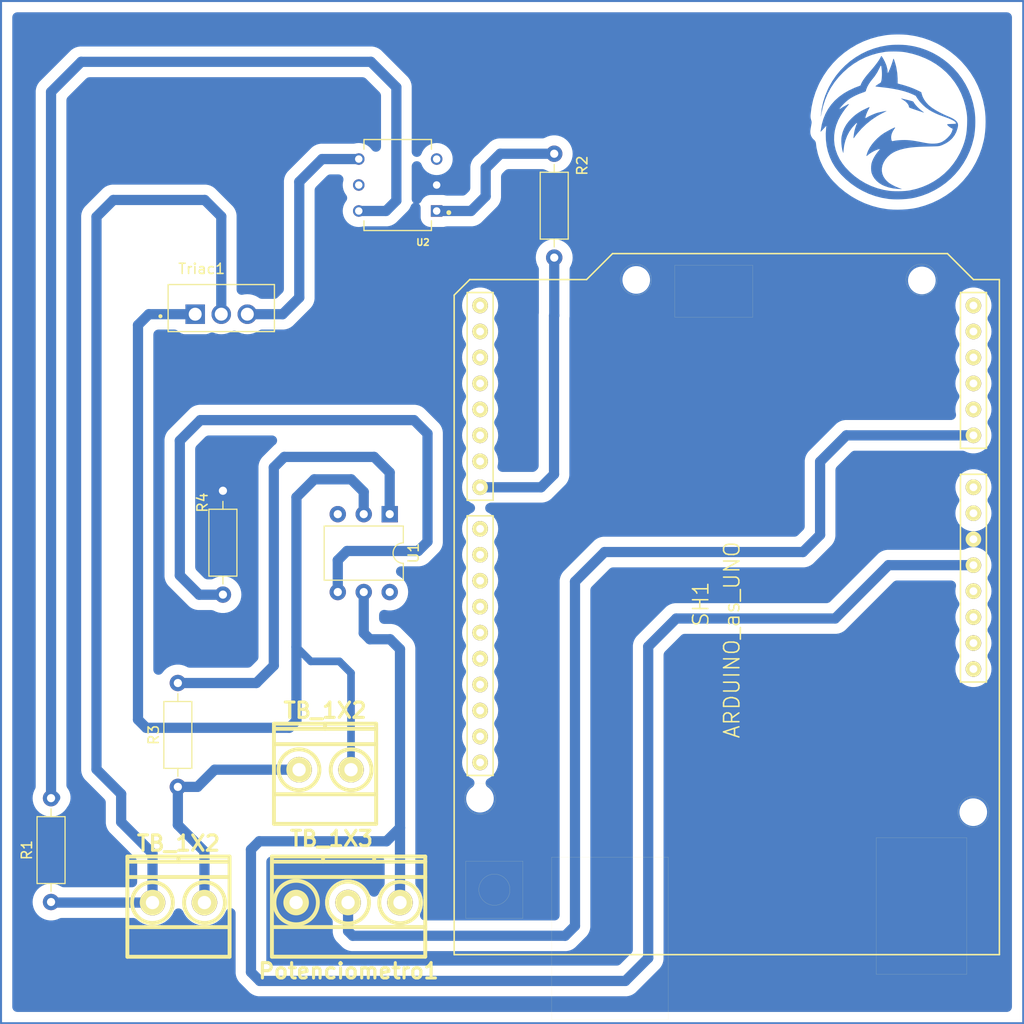
<source format=kicad_pcb>
(kicad_pcb (version 20240108) (generator "pcbnew") (generator_version "8.0")
  (layers (0 "F.Cu" signal) (31 "B.Cu" signal) (34 "B.Paste" user) (35 "F.Paste" user) (36 "B.SilkS" user "B.Silkscreen") (37 "F.SilkS" user "F.Silkscreen") (38 "B.Mask" user) (39 "F.Mask" user) (44 "Edge.Cuts" user))
  (net 0 "")
  (net 1 "Vivo")
  (net 2 "Neutro")
  (net 3 "Net-(Triac1-A2)")
  (net 4 "PIN_A0")
  (net 5 "GND")
  (net 6 "VCC")
  (net 15 "PIN_2")
  (net 28 "PIN_7")
  (net 36 "Net-(R3-Pad2)")
  (net 39 "Net-(R4-Pad1)")
  (net 40 "Net-(R1-Pad2)")
  (net 42 "Net-(Triac1-G)")
  (net 43 "Net-(R2-Pad1)")
  (footprint "" (layer "F.Cu") (at 146.3548 126.0348)
    (property "Reference" "" (at 0 0 0) (layer "F.SilkS") (effects (font (size 1.27 1.27))))
    (property "Value" "")
    (pad "" np_thru_hole circle (at 0 0) (size 2.2 2.2) (drill 2.2) (layers "F&B.Cu" "*.Mask"))
  )
  (footprint "EESTN5:ARDUINO_UNO_R2_CONTOUR" (layer "F.Cu") (at 170.5 107 90)
    (property "Reference" "SH1" (at 0 -2.54 90) (layer "F.SilkS") (effects (font (size 1.5 1.5))))
    (property "Value" "ARDUINO_as_UNO" (at -3.5 0.5 90) (layer "F.SilkS") (effects (font (size 1.5 1.5))))
    (fp_line (start -34.29 -26.67) (end 30.226 -26.67) (stroke (width 0.15)) (layer "F.SilkS"))
    (fp_line (start -25.146 -25.527) (end -25.146 -19.939) (stroke (width 0.01)) (layer "F.SilkS"))
    (fp_line (start -30.734 -25.527) (end -25.146 -25.527) (stroke (width 0.01)) (layer "F.SilkS"))
    (fp_line (start 30.48 -25.4) (end 30.48 -22.86) (stroke (width 0.15)) (layer "F.SilkS"))
    (fp_line (start 10.16 -25.4) (end 30.48 -25.4) (stroke (width 0.15)) (layer "F.SilkS"))
    (fp_line (start 8.636 -25.4) (end 8.636 -22.86) (stroke (width 0.15)) (layer "F.SilkS"))
    (fp_line (start -16.764 -25.4) (end 8.636 -25.4) (stroke (width 0.15)) (layer "F.SilkS"))
    (fp_line (start 31.75 -25.146) (end 30.226 -26.67) (stroke (width 0.15)) (layer "F.SilkS"))
    (fp_line (start 31.75 -25.146) (end 31.75 -13.716) (stroke (width 0.15)) (layer "F.SilkS"))
    (fp_line (start -19.05 -24.638) (end -19.05 -23.622) (stroke (width 0.01)) (layer "F.SilkS"))
    (fp_line (start -19.558 -24.13) (end -18.542 -24.13) (stroke (width 0.01)) (layer "F.SilkS"))
    (fp_line (start 30.48 -22.86) (end 10.16 -22.86) (stroke (width 0.15)) (layer "F.SilkS"))
    (fp_line (start 10.16 -22.86) (end 10.16 -25.4) (stroke (width 0.15)) (layer "F.SilkS"))
    (fp_line (start 8.636 -22.86) (end -16.764 -22.86) (stroke (width 0.15)) (layer "F.SilkS"))
    (fp_line (start -16.764 -22.86) (end -16.764 -25.4) (stroke (width 0.15)) (layer "F.SilkS"))
    (fp_line (start -25.146 -19.939) (end -30.734 -19.939) (stroke (width 0.01)) (layer "F.SilkS"))
    (fp_line (start -30.734 -19.939) (end -30.734 -25.527) (stroke (width 0.01)) (layer "F.SilkS"))
    (fp_line (start -24.765 -17.145) (end -24.765 -5.715) (stroke (width 0.01)) (layer "F.SilkS"))
    (fp_line (start -40.64 -17.145) (end -24.765 -17.145) (stroke (width 0.01)) (layer "F.SilkS"))
    (fp_line (start 31.75 -13.716) (end 34.29 -11.176) (stroke (width 0.15)) (layer "F.SilkS"))
    (fp_line (start 34.29 -11.176) (end 34.29 21.59) (stroke (width 0.15)) (layer "F.SilkS"))
    (fp_line (start 31.75 -9.398) (end 31.75 -8.382) (stroke (width 0.01)) (layer "F.SilkS"))
    (fp_line (start 32.258 -8.89) (end 31.242 -8.89) (stroke (width 0.01)) (layer "F.SilkS"))
    (fp_line (start -24.765 -5.715) (end -40.64 -5.715) (stroke (width 0.01)) (layer "F.SilkS"))
    (fp_line (start -40.64 -5.715) (end -40.64 -17.145) (stroke (width 0.01)) (layer "F.SilkS"))
    (fp_line (start 33.147 -5.08) (end 33.147 2.54) (stroke (width 0.01)) (layer "F.SilkS"))
    (fp_line (start 28.067 -5.08) (end 33.147 -5.08) (stroke (width 0.01)) (layer "F.SilkS"))
    (fp_line (start 28.067 -5.08) (end 28.067 2.54) (stroke (width 0.01)) (layer "F.SilkS"))
    (fp_line (start 28.067 2.54) (end 33.147 2.54) (stroke (width 0.01)) (layer "F.SilkS"))
    (fp_line (start -22.86 14.605) (end -22.86 23.495) (stroke (width 0.01)) (layer "F.SilkS"))
    (fp_line (start -36.195 14.605) (end -22.86 14.605) (stroke (width 0.01)) (layer "F.SilkS"))
    (fp_line (start 31.75 18.542) (end 31.75 19.558) (stroke (width 0.01)) (layer "F.SilkS"))
    (fp_line (start 31.242 19.05) (end 32.258 19.05) (stroke (width 0.01)) (layer "F.SilkS"))
    (fp_line (start 34.29 21.59) (end 31.75 24.13) (stroke (width 0.15)) (layer "F.SilkS"))
    (fp_line (start 30.48 22.86) (end 30.48 25.4) (stroke (width 0.15)) (layer "F.SilkS"))
    (fp_line (start 15.24 22.86) (end 30.48 22.86) (stroke (width 0.15)) (layer "F.SilkS"))
    (fp_line (start 12.7 22.86) (end 12.7 25.4) (stroke (width 0.15)) (layer "F.SilkS"))
    (fp_line (start -7.62 22.86) (end 12.7 22.86) (stroke (width 0.15)) (layer "F.SilkS"))
    (fp_line (start -22.86 23.495) (end -36.195 23.495) (stroke (width 0.01)) (layer "F.SilkS"))
    (fp_line (start -36.195 23.495) (end -36.195 14.605) (stroke (width 0.01)) (layer "F.SilkS"))
    (fp_line (start -20.32 23.622) (end -20.32 24.638) (stroke (width 0.01)) (layer "F.SilkS"))
    (fp_line (start 31.75 24.13) (end 31.75 26.67) (stroke (width 0.15)) (layer "F.SilkS"))
    (fp_line (start -20.828 24.13) (end -19.812 24.13) (stroke (width 0.01)) (layer "F.SilkS"))
    (fp_line (start 30.48 25.4) (end 15.24 25.4) (stroke (width 0.15)) (layer "F.SilkS"))
    (fp_line (start 15.24 25.4) (end 15.24 22.86) (stroke (width 0.15)) (layer "F.SilkS"))
    (fp_line (start 12.7 25.4) (end -7.62 25.4) (stroke (width 0.15)) (layer "F.SilkS"))
    (fp_line (start -7.62 25.4) (end -7.62 22.86) (stroke (width 0.15)) (layer "F.SilkS"))
    (fp_line (start 31.75 26.67) (end -34.29 26.67) (stroke (width 0.15)) (layer "F.SilkS"))
    (fp_line (start -34.29 26.67) (end -34.29 -26.67) (stroke (width 0.15)) (layer "F.SilkS"))
    (fp_circle (center -19.05 -24.13) (end -17.526 -24.13) (stroke (width 0.01)) (fill none) (layer "F.SilkS"))
    (fp_circle (center -27.94 -22.733) (end -29.464 -22.733) (stroke (width 0.01)) (fill none) (layer "F.SilkS"))
    (fp_circle (center 31.75 -8.89) (end 33.274 -8.89) (stroke (width 0.01)) (fill none) (layer "F.SilkS"))
    (fp_circle (center 31.75 19.05) (end 33.274 19.05) (stroke (width 0.01)) (fill none) (layer "F.SilkS"))
    (fp_circle (center -20.32 24.13) (end -18.796 24.13) (stroke (width 0.01)) (fill none) (layer "F.SilkS"))
    (pad "0" thru_hole circle (at 29.21 -24.13 90) (size 1.524 1.524) (drill 0.762) (layers "*.Cu" "*.Mask" "F.SilkS"))
    (pad "1" thru_hole circle (at 26.67 -24.13 90) (size 1.524 1.524) (drill 0.762) (layers "*.Cu" "*.Mask" "F.SilkS"))
    (pad "2" thru_hole circle (at 24.13 -24.13 90) (size 1.524 1.524) (drill 0.762) (layers "*.Cu" "*.Mask" "F.SilkS") (net 15 "PIN_2"))
    (pad "3" thru_hole circle (at 21.59 -24.13 90) (size 1.524 1.524) (drill 0.762) (layers "*.Cu" "*.Mask" "F.SilkS"))
    (pad "3V3" thru_hole circle (at 1.27 24.13 90) (size 1.524 1.524) (drill 0.762) (layers "*.Cu" "*.Mask" "F.SilkS"))
    (pad "4" thru_hole circle (at 19.05 -24.13 90) (size 1.524 1.524) (drill 0.762) (layers "*.Cu" "*.Mask" "F.SilkS"))
    (pad "5" thru_hole circle (at 16.51 -24.13 90) (size 1.524 1.524) (drill 0.762) (layers "*.Cu" "*.Mask" "F.SilkS"))
    (pad "5V" thru_hole circle (at 3.81 24.13 90) (size 1.524 1.524) (drill 0.762) (layers "*.Cu" "*.Mask" "F.SilkS") (net 6 "VCC"))
    (pad "6" thru_hole circle (at 13.97 -24.13 90) (size 1.524 1.524) (drill 0.762) (layers "*.Cu" "*.Mask" "F.SilkS"))
    (pad "7" thru_hole circle (at 11.43 -24.13 90) (size 1.524 1.524) (drill 0.762) (layers "*.Cu" "*.Mask" "F.SilkS") (net 28 "PIN_7"))
    (pad "8" thru_hole circle (at 7.366 -24.13 90) (size 1.524 1.524) (drill 0.762) (layers "*.Cu" "*.Mask" "F.SilkS"))
    (pad "9" thru_hole circle (at 4.826 -24.13 90) (size 1.524 1.524) (drill 0.762) (layers "*.Cu" "*.Mask" "F.SilkS"))
    (pad "10" thru_hole circle (at 2.286 -24.13 90) (size 1.524 1.524) (drill 0.762) (layers "*.Cu" "*.Mask" "F.SilkS"))
    (pad "11" thru_hole circle (at -0.254 -24.13 90) (size 1.524 1.524) (drill 0.762) (layers "*.Cu" "*.Mask" "F.SilkS"))
    (pad "12" thru_hole circle (at -2.794 -24.13 90) (size 1.524 1.524) (drill 0.762) (layers "*.Cu" "*.Mask" "F.SilkS"))
    (pad "13" thru_hole circle (at -5.334 -24.13 90) (size 1.524 1.524) (drill 0.762) (layers "*.Cu" "*.Mask" "F.SilkS"))
    (pad "A0" thru_hole circle (at 16.51 24.13 90) (size 1.524 1.524) (drill 0.762) (layers "*.Cu" "*.Mask" "F.SilkS") (net 4 "PIN_A0"))
    (pad "A1" thru_hole circle (at 19.05 24.13 90) (size 1.524 1.524) (drill 0.762) (layers "*.Cu" "*.Mask" "F.SilkS"))
    (pad "A2" thru_hole circle (at 21.59 24.13 90) (size 1.524 1.524) (drill 0.762) (layers "*.Cu" "*.Mask" "F.SilkS"))
    (pad "A3" thru_hole circle (at 24.13 24.13 90) (size 1.524 1.524) (drill 0.762) (layers "*.Cu" "*.Mask" "F.SilkS"))
    (pad "A4/1" thru_hole circle (at 26.67 24.13 90) (size 1.524 1.524) (drill 0.762) (layers "*.Cu" "*.Mask" "F.SilkS"))
    (pad "A4/2" thru_hole circle (at -12.954 -24.13 90) (size 1.524 1.524) (drill 0.762) (layers "*.Cu" "*.Mask" "F.SilkS"))
    (pad "A5/1" thru_hole circle (at 29.21 24.13 90) (size 1.524 1.524) (drill 0.762) (layers "*.Cu" "*.Mask" "F.SilkS"))
    (pad "A5/2" thru_hole circle (at -15.494 -24.13 90) (size 1.524 1.524) (drill 0.762) (layers "*.Cu" "*.Mask" "F.SilkS"))
    (pad "AREF" thru_hole circle (at -10.414 -24.13 90) (size 1.524 1.524) (drill 0.762) (layers "*.Cu" "*.Mask" "F.SilkS"))
    (pad "GND1" thru_hole circle (at 6.35 24.13 90) (size 1.524 1.524) (drill 0.762) (layers "*.Cu" "*.Mask" "F.SilkS") (net 5 "GND"))
    (pad "GND2" thru_hole circle (at 8.89 24.13 90) (size 1.524 1.524) (drill 0.762) (layers "*.Cu" "*.Mask" "F.SilkS"))
    (pad "GND3" thru_hole circle (at -7.874 -24.13 90) (size 1.524 1.524) (drill 0.762) (layers "*.Cu" "*.Mask" "F.SilkS"))
    (pad "IREF" thru_hole circle (at -3.81 24.13 90) (size 1.524 1.524) (drill 0.762) (layers "*.Cu" "*.Mask" "F.SilkS"))
    (pad "NC" thru_hole circle (at -6.35 24.13 90) (size 1.524 1.524) (drill 0.762) (layers "*.Cu" "*.Mask" "F.SilkS"))
    (pad "RST" thru_hole circle (at -1.27 24.13 90) (size 1.524 1.524) (drill 0.762) (layers "*.Cu" "*.Mask" "F.SilkS"))
    (pad "VIN" thru_hole circle (at 11.43 24.13 90) (size 1.524 1.524) (drill 0.762) (layers "*.Cu" "*.Mask" "F.SilkS"))
  )
  (footprint "BT139-600E:TO255P1040X460X1975-3" (layer "F.Cu") (at 118.4964 78.6384)
    (property "Reference" "Triac1" (at 0.635 -4.445 0) (layer "F.SilkS"))
    (property "Value" "Generic_Triac_A1A2G")
    (fp_line (start -2.65 -2.9) (end 7.75 -2.9) (stroke (width 0.127)) (layer "F.SilkS"))
    (fp_line (start -2.65 1.7) (end -2.65 -2.9) (stroke (width 0.127)) (layer "F.SilkS"))
    (fp_line (start 7.75 -2.9) (end 7.75 1.7) (stroke (width 0.127)) (layer "F.SilkS"))
    (fp_line (start 7.75 1.7) (end -2.65 1.7) (stroke (width 0.127)) (layer "F.SilkS"))
    (fp_circle (center -3.4 0.2) (end -3.3 0.2) (stroke (width 0.2)) (fill none) (layer "F.SilkS"))
    (pad "1" thru_hole rect (at 0 0) (size 1.91 1.91) (drill 1.27) (layers "*.Cu" "*.Mask") (net 1 "Vivo"))
    (pad "2" thru_hole circle (at 2.55 0) (size 1.91 1.91) (drill 1.27) (layers "*.Cu" "*.Mask") (net 3 "Net-(Triac1-A2)"))
    (pad "3" thru_hole circle (at 5.1 0) (size 1.91 1.91) (drill 1.27) (layers "*.Cu" "*.Mask") (net 42 "Net-(Triac1-G)"))
  )
  (footprint "Wolfsrudel_Logo:wolfsrudel_logo" (layer "F.Cu") (at 187.2488 59.8424)
    (property "Reference" "G***" (hide yes))
    (property "Value" "LOGO" (hide yes))
    (fp_poly (pts (xy 0.314219 -2.311536) (xy 0.393338 -2.294466) (xy 0.509944 -2.267409) (xy 0.653127 -2.233079) (xy 0.811975 -2.194188) (xy 0.975578 -2.153452) (xy 1.133025 -2.113583) (xy 1.273406 -2.077295) (xy 1.38581 -2.047302) (xy 1.459327 -2.026317) (xy 1.483138 -2.017535) (xy 1.502893 -1.988367) (xy 1.546545 -1.922456) (xy 1.601829 -1.838359) (xy 1.739388 -1.656071) (xy 1.917704 -1.461851) (xy 2.122332 -1.270369) (xy 2.314712 -1.114266) (xy 2.441337 -1.017158) (xy 2.51831 -0.953739) (xy 2.546602 -0.923163) (xy 2.535405 -0.921598) (xy 2.505507 -0.93163) (xy 2.425415 -0.958583) (xy 2.303003 -0.999806) (xy 2.146143 -1.052647) (xy 1.96271 -1.114453) (xy 1.800061 -1.169266) (xy 1.575715 -1.245162) (xy 1.402854 -1.30475) (xy 1.274791 -1.350991) (xy 1.184843 -1.386846) (xy 1.126322 -1.415277) (xy 1.092543 -1.439245) (xy 1.076822 -1.461711) (xy 1.072472 -1.485637) (xy 1.072377 -1.491589) (xy 1.044503 -1.621063) (xy 0.965316 -1.762662) (xy 0.841472 -1.908638) (xy 0.679624 -2.051242) (xy 0.486427 -2.182727) (xy 0.470997 -2.191843) (xy 0.377896 -2.248065) (xy 0.311276 -2.291717) (xy 0.283466 -2.314642) (xy 0.283497 -2.315905)) (fill solid) (layer "B.Cu"))
    (fp_poly (pts (xy -2.780151 -1.445597) (xy -2.811378 -1.37774) (xy -2.861119 -1.27824) (xy -2.90857 -1.187273) (xy -2.990501 -1.020611) (xy -3.064405 -0.847901) (xy -3.12509 -0.683425) (xy -3.167364 -0.541469) (xy -3.186036 -0.436316) (xy -3.186489 -0.422714) (xy -3.183509 -0.38539) (xy -3.164751 -0.380639) (xy -3.115485 -0.409283) (xy -3.086911 -0.428286) (xy -2.960275 -0.503705) (xy -2.792523 -0.590497) (xy -2.600777 -0.680962) (xy -2.402155 -0.767399) (xy -2.213777 -0.842104) (xy -2.052763 -0.897378) (xy -2.027897 -0.904701) (xy -1.911507 -0.935476) (xy -1.77136 -0.968948) (xy -1.619575 -1.002666) (xy -1.468268 -1.034182) (xy -1.329558 -1.061046) (xy -1.215561 -1.080807) (xy -1.138396 -1.091016) (xy -1.110575 -1.090149) (xy -1.133592 -1.074515) (xy -1.20225 -1.036725) (xy -1.307225 -0.981713) (xy -1.439192 -0.914411) (xy -1.508816 -0.879474) (xy -2.065557 -0.569464) (xy -2.597952 -0.209168) (xy -3.09852 0.19521) (xy -3.559782 0.637465) (xy -3.974257 1.111392) (xy -4.091313 1.262754) (xy -4.181362 1.382395) (xy -4.25813 1.483649) (xy -4.314167 1.556741) (xy -4.342022 1.5919) (xy -4.343255 1.593245) (xy -4.350726 1.577282) (xy -4.349377 1.513078) (xy -4.340652 1.412808) (xy -4.325997 1.288645) (xy -4.306856 1.152761) (xy -4.284675 1.017329) (xy -4.260898 0.894524) (xy -4.259609 0.888541) (xy -4.232141 0.770714) (xy -4.200036 0.653287) (xy -4.159126 0.523349) (xy -4.105246 0.367988) (xy -4.034229 0.174293) (xy -3.99761 0.076599) (xy -4.007449 0.069504) (xy -4.052544 0.099785) (xy -4.124874 0.161432) (xy -4.181652 0.214476) (xy -4.491342 0.55439) (xy -4.755775 0.93357) (xy -4.973203 1.348131) (xy -5.141881 1.794189) (xy -5.26006 2.267858) (xy -5.325391 2.75754) (xy -5.348354 3.048613) (xy -5.389444 2.929744) (xy -5.453484 2.69799) (xy -5.502047 2.428085) (xy -5.533426 2.140058) (xy -5.545912 1.853941) (xy -5.5378 1.589763) (xy -5.517926 1.422496) (xy -5.420284 1.009295) (xy -5.270843 0.622298) (xy -5.067377 0.257422) (xy -4.807663 -0.089416) (xy -4.538403 -0.375631) (xy -4.307801 -0.588323) (xy -4.08657 -0.767536) (xy -3.851595 -0.930698) (xy -3.59696 -1.085335) (xy -3.497518 -1.139678) (xy -3.372487 -1.203589) (xy -3.234096 -1.271352) (xy -3.094574 -1.337249) (xy -2.966149 -1.395562) (xy -2.861051 -1.440575) (xy -2.791507 -1.466569) (xy -2.772768 -1.470687)) (fill solid) (layer "B.Cu"))
    (fp_poly (pts (xy 0.448821 -7.556348) (xy 0.769457 -7.535294) (xy 0.896193 -7.522261) (xy 1.555647 -7.415109) (xy 2.195123 -7.251846) (xy 2.811948 -7.035146) (xy 3.403448 -6.76768) (xy 3.96695 -6.452122) (xy 4.499781 -6.091145) (xy 4.999269 -5.687423) (xy 5.46274 -5.243628) (xy 5.88752 -4.762434) (xy 6.270937 -4.246513) (xy 6.610318 -3.698539) (xy 6.90299 -3.121185) (xy 7.146279 -2.517124) (xy 7.337512 -1.889029) (xy 7.474016 -1.239573) (xy 7.522262 -0.896192) (xy 7.556973 -0.474077) (xy 7.567665 -0.023486) (xy 7.555142 0.437056) (xy 7.520211 0.889024) (xy 7.463678 1.313892) (xy 7.415008 1.57007) (xy 7.241352 2.228988) (xy 7.013561 2.862055) (xy 6.73417 3.466737) (xy 6.405713 4.040498) (xy 6.030724 4.580806) (xy 5.611739 5.085124) (xy 5.151291 5.55092) (xy 4.651916 5.975658) (xy 4.116147 6.356804) (xy 3.546519 6.691824) (xy 2.945567 6.978183) (xy 2.315825 7.213346) (xy 1.659828 7.39478) (xy 1.57007 7.414872) (xy 1.21513 7.478291) (xy 0.8186 7.525133) (xy 0.39809 7.554655) (xy -0.028794 7.566114) (xy -0.444443 7.558769) (xy -0.831249 7.531878) (xy -0.934562 7.520433) (xy -1.58721 7.410667) (xy -2.227331 7.242485) (xy -2.850722 7.018182) (xy -3.453177 6.740053) (xy -4.030492 6.410393) (xy -4.578461 6.031496) (xy -5.092879 5.605659) (xy -5.569543 5.135175) (xy -5.815668 4.856333) (xy -6.156936 4.403076) (xy -6.444904 3.920545) (xy -6.679048 3.410607) (xy -6.858843 2.875129) (xy -6.983767 2.315978) (xy -7.053294 1.73502) (xy -7.066903 1.134122) (xy -7.026855 0.540084) (xy -7.007055 0.360142) (xy -7.215516 0.586042) (xy -7.313651 0.69194) (xy -7.404474 0.789161) (xy -7.474516 0.863323) (xy -7.498783 0.888541) (xy -7.573588 0.965139) (xy -7.552322 0.796623) (xy -7.452843 0.231546) (xy -7.301327 -0.301355) (xy -7.098198 -0.801576) (xy -6.84388 -1.26861) (xy -6.538797 -1.701952) (xy -6.183374 -2.101096) (xy -5.778034 -2.465536) (xy -5.3232 -2.794767) (xy -4.819298 -3.088281) (xy -4.266751 -3.345575) (xy -3.988844 -3.454411) (xy -3.672863 -3.571218) (xy -3.604413 -3.738866) (xy -3.520583 -3.912918) (xy -3.401211 -4.10959) (xy -3.243609 -4.332594) (xy -3.045092 -4.585641) (xy -2.802973 -4.872446) (xy -2.696186 -4.994209) (xy -2.483061 -5.241459) (xy -2.283463 -5.485532) (xy -2.10266 -5.719254) (xy -1.945922 -5.935454) (xy -1.81852 -6.126959) (xy -1.725722 -6.286598) (xy -1.687752 -6.366728) (xy -1.65417 -6.432396) (xy -1.62532 -6.464313) (xy -1.622385 -6.464897) (xy -1.593133 -6.439086) (xy -1.542469 -6.36813) (xy -1.476284 -6.26174) (xy -1.400472 -6.129631) (xy -1.320925 -5.981516) (xy -1.277718 -5.89675) (xy -1.12926 -5.53756) (xy -1.038378 -5.171814) (xy -1.017068 -5.008999) (xy -0.994038 -4.764414) (xy -0.867306 -5.027597) (xy -0.806001 -5.165513) (xy -0.736183 -5.339451) (xy -0.663812 -5.532724) (xy -0.59485 -5.728643) (xy -0.53526 -5.910521) (xy -0.491002 -6.061672) (xy -0.475885 -6.123233) (xy -0.455064 -6.184081) (xy -0.432576 -6.202534) (xy -0.428723 -6.199831) (xy -0.403218 -6.152457) (xy -0.36675 -6.058181) (xy -0.323224 -5.929551) (xy -0.276543 -5.779113) (xy -0.230611 -5.619414) (xy -0.189332 -5.463) (xy -0.158487 -5.331242) (xy -0.071682 -4.803278) (xy -0.032642 -4.259696) (xy -0.030639 -4.108058) (xy -0.030639 -3.770998) (xy 0.099578 -3.738084) (xy 0.632903 -3.591983) (xy 1.114659 -3.435686) (xy 1.554166 -3.265881) (xy 1.960746 -3.079256) (xy 1.977204 -3.071019) (xy 2.28263 -2.917633) (xy 2.32121 -2.753328) (xy 2.411657 -2.483338) (xy 2.553825 -2.209687) (xy 2.740115 -1.944068) (xy 2.962923 -1.698171) (xy 3.07286 -1.597254) (xy 3.343706 -1.386711) (xy 3.672365 -1.17288) (xy 4.055585 -0.95759) (xy 4.490114 -0.742674) (xy 4.955029 -0.537353) (xy 5.228483 -0.414267) (xy 5.44647 -0.296334) (xy 5.614153 -0.179821) (xy 5.736696 -0.060995) (xy 5.819263 0.063877) (xy 5.835329 0.099012) (xy 5.867029 0.192035) (xy 5.879396 0.284728) (xy 5.871994 0.393489) (xy 5.844388 0.534712) (xy 5.821221 0.629088) (xy 5.700558 0.982111) (xy 5.528003 1.303608) (xy 5.305175 1.591912) (xy 5.033694 1.845357) (xy 4.715181 2.062275) (xy 4.351254 2.241001) (xy 4.197588 2.299912) (xy 4.141043 2.319026) (xy 4.084957 2.334597) (xy 4.022085 2.347159) (xy 3.945182 2.357246) (xy 3.847003 2.365391) (xy 3.720301 2.372127) (xy 3.557832 2.377989) (xy 3.352351 2.38351) (xy 3.096612 2.389225) (xy 2.941376 2.392449) (xy 2.467798 2.405221) (xy 2.047755 2.423533) (xy 1.673679 2.448303) (xy 1.338 2.480445) (xy 1.033149 2.520876) (xy 0.751558 2.570512) (xy 0.485659 2.630268) (xy 0.227881 2.701061) (xy 0.122558 2.73356) (xy -0.217144 2.859429) (xy -0.51118 3.009034) (xy -0.773144 3.190509) (xy -1.016629 3.411991) (xy -1.024422 3.41999) (xy -1.237844 3.674905) (xy -1.401047 3.945075) (xy -1.512939 4.224534) (xy -1.572426 4.507317) (xy -1.578412 4.787459) (xy -1.529805 5.058995) (xy -1.42551 5.315961) (xy -1.385077 5.386279) (xy -1.27074 5.557213) (xy -1.150974 5.701528) (xy -1.006984 5.840323) (xy -0.900573 5.930194) (xy -0.772627 6.020847) (xy -0.601119 6.122754) (xy -0.400829 6.228426) (xy -0.186537 6.330377) (xy 0.026974 6.421123) (xy 0.183836 6.479436) (xy 0.413631 6.55832) (xy 0.061279 6.543427) (xy -0.431615 6.496865) (xy -0.892221 6.399719) (xy -1.324104 6.251094) (xy -1.577925 6.133262) (xy -1.852078 5.964103) (xy -2.096495 5.756467) (xy -2.303605 5.519247) (xy -2.465837 5.261335) (xy -2.575617 4.991622) (xy -2.588067 4.946978) (xy -2.619516 4.765398) (xy -2.632351 4.550059) (xy -2.626581 4.32558) (xy -2.60222 4.116582) (xy -2.587637 4.044391) (xy -2.511029 3.802527) (xy -2.392507 3.540912) (xy -2.240334 3.274972) (xy -2.062775 3.020131) (xy -1.990068 2.929052) (xy -1.887805 2.80527) (xy -1.821108 2.72141) (xy -1.786153 2.670448) (xy -1.779117 2.645363) (xy -1.796176 2.639133) (xy -1.833508 2.644737) (xy -1.835472 2.645129) (xy -2.011028 2.695803) (xy -2.215563 2.779933) (xy -2.433262 2.889162) (xy -2.64831 3.015128) (xy -2.844891 3.149474) (xy -2.954329 3.236522) (xy -3.023739 3.292717) (xy -3.071704 3.325624) (xy -3.084272 3.32956) (xy -3.084722 3.292351) (xy -3.066763 3.212349) (xy -3.034781 3.103642) (xy -2.993163 2.980317) (xy -2.946294 2.856464) (xy -2.911163 2.773542) (xy -2.755444 2.481182) (xy -2.550678 2.181245) (xy -2.306326 1.884377) (xy -2.031848 1.601224) (xy -1.736703 1.342431) (xy -1.455367 1.135222) (xy -1.332045 1.056823) (xy -1.183564 0.968784) (xy -1.0199 0.876328) (xy -0.85103 0.784681) (xy -0.686929 0.699069) (xy -0.537574 0.624715) (xy -0.412939 0.566844) (xy -0.323002 0.530682) (xy -0.282421 0.520892) (xy -0.279257 0.542665) (xy -0.308362 0.599859) (xy -0.36347 0.680252) (xy -0.365544 0.683006) (xy -0.510099 0.909469) (xy -0.611592 1.144422) (xy -0.663699 1.372775) (xy -0.666514 1.401159) (xy -0.668734 1.525689) (xy -0.65751 1.649525) (xy -0.635883 1.757852) (xy -0.606892 1.835857) (xy -0.573579 1.868725) (xy -0.570505 1.868963) (xy -0.525512 1.863265) (xy -0.438055 1.848239) (xy -0.325687 1.826934) (xy -0.306393 1.82311) (xy -0.189558 1.804964) (xy -0.030409 1.787338) (xy 0.152103 1.772) (xy 0.339028 1.760718) (xy 0.382992 1.758788) (xy 0.64305 1.753687) (xy 0.899387 1.760633) (xy 1.164157 1.780875) (xy 1.449518 1.815658) (xy 1.767624 1.866231) (xy 2.130633 1.93384) (xy 2.175393 1.942682) (xy 2.45971 1.998002) (xy 2.694823 2.040747) (xy 2.891228 2.072168) (xy 3.059419 2.093514) (xy 3.209891 2.106034) (xy 3.35314 2.110978) (xy 3.49966 2.109594) (xy 3.560597 2.107585) (xy 3.841495 2.082507) (xy 4.088827 2.026445) (xy 4.315895 1.93352) (xy 4.536001 1.797855) (xy 4.762447 1.61357) (xy 4.839403 1.54244) (xy 5.040405 1.330246) (xy 5.186836 1.124478) (xy 5.283763 0.917458) (xy 5.311194 0.827262) (xy 5.354712 0.658746) (xy 5.190853 0.574539) (xy 5.082775 0.509879) (xy 4.977874 0.431828) (xy 4.889008 0.351812) (xy 4.829037 0.281259) (xy 4.810374 0.236434) (xy 4.816224 0.222493) (xy 4.838728 0.211442) (xy 4.88532 0.202579) (xy 4.963435 0.195201) (xy 5.080505 0.188606) (xy 5.243965 0.182094) (xy 5.461249 0.174961) (xy 5.461483 0.174953) (xy 5.574691 0.168691) (xy 5.638626 0.156576) (xy 5.665239 0.135378) (xy 5.668298 0.11903) (xy 5.645808 0.043589) (xy 5.576869 -0.036117) (xy 5.459183 -0.121352) (xy 5.290447 -0.213376) (xy 5.068361 -0.313453) (xy 4.790624 -0.422844) (xy 4.473342 -0.53647) (xy 4.039097 -0.695843) (xy 3.657696 -0.857231) (xy 3.320769 -1.025437) (xy 3.019945 -1.205261) (xy 2.746852 -1.401504) (xy 2.49312 -1.618965) (xy 2.359228 -1.748906) (xy 2.220692 -1.897223) (xy 2.083379 -2.058685) (xy 1.963782 -2.213288) (xy 1.899639 -2.306399) (xy 1.731122 -2.569716) (xy 1.440049 -2.706652) (xy 1.060607 -2.865024) (xy 0.63033 -3.006764) (xy 0.147503 -3.132263) (xy -0.389589 -3.241915) (xy -0.982661 -3.336112) (xy -1.633429 -3.415248) (xy -1.669843 -3.419058) (xy -1.841523 -3.437359) (xy -1.990883 -3.454185) (xy -2.107722 -3.468314) (xy -2.181839 -3.478523) (xy -2.203477 -3.48301) (xy -2.193368 -3.508341) (xy -2.144272 -3.556668) (xy -2.068903 -3.618091) (xy -1.979976 -3.682712) (xy -1.890204 -3.740631) (xy -1.830316 -3.773547) (xy -1.739328 -3.824708) (xy -1.685621 -3.879703) (xy -1.648596 -3.962496) (xy -1.637014 -3.998431) (xy -1.606041 -4.139912) (xy -1.583959 -4.325945) (xy -1.571414 -4.540365) (xy -1.569055 -4.767001) (xy -1.577528 -4.989687) (xy -1.591189 -5.14274) (xy -1.612983 -5.32301) (xy -1.631954 -5.444783) (xy -1.651892 -5.510483) (xy -1.676588 -5.522535) (xy -1.709831 -5.483363) (xy -1.755412 -5.395389) (xy -1.807913 -5.281351) (xy -2.027234 -4.857289) (xy -2.282629 -4.469514) (xy -2.470387 -4.235731) (xy -2.681133 -3.972704) (xy -2.860441 -3.705127) (xy -3.002537 -3.443162) (xy -3.101647 -3.196969) (xy -3.138133 -3.060779) (xy -3.151268 -3.024141) (xy -3.180336 -2.993109) (xy -3.23566 -2.962086) (xy -3.327562 -2.925474) (xy -3.466364 -2.877674) (xy -3.490677 -2.869589) (xy -3.815532 -2.749096) (xy -4.141396 -2.60485) (xy -4.447231 -2.446874) (xy -4.69953 -2.293565) (xy -4.893409 -2.151644) (xy -5.093763 -1.982988) (xy -5.288609 -1.799461) (xy -5.465962 -1.612924) (xy -5.613839 -1.43524) (xy -5.713559 -1.289777) (xy -5.72501 -1.269503) (xy -5.72453 -1.26131) (xy -5.704056 -1.269452) (xy -5.655528 -1.298186) (xy -5.570883 -1.351767) (xy -5.453799 -1.426912) (xy -5.339184 -1.497203) (xy -5.211966 -1.569913) (xy -5.083675 -1.639126) (xy -4.965844 -1.698924) (xy -4.870001 -1.743391) (xy -4.807677 -1.76661) (xy -4.790409 -1.767329) (xy -4.80157 -1.739091) (xy -4.844258 -1.679103) (xy -4.901132 -1.609904) (xy -5.158199 -1.292393) (xy -5.401362 -0.952634) (xy -5.619548 -0.607428) (xy -5.801684 -0.273578) (xy -5.854583 -0.163138) (xy -6.044048 0.317827) (xy -6.172989 0.802641) (xy -6.241814 1.288645) (xy -6.25093 1.77318) (xy -6.200745 2.253589) (xy -6.091667 2.727213) (xy -5.924104 3.191394) (xy -5.698464 3.643474) (xy -5.415154 4.080794) (xy -5.152581 4.412063) (xy -4.71445 4.87492) (xy -4.236841 5.293116) (xy -3.724004 5.664358) (xy -3.18019 5.986356) (xy -2.609649 6.256818) (xy -2.016631 6.473452) (xy -1.405389 6.633966) (xy -0.859716 6.726481) (xy -0.586788 6.751956) (xy -0.276481 6.765643) (xy 0.053988 6.767905) (xy 0.387403 6.759109) (xy 0.706549 6.739618) (xy 0.994208 6.709798) (xy 1.164295 6.68358) (xy 1.798326 6.538045) (xy 2.40761 6.337759) (xy 2.989414 6.084965) (xy 3.541004 5.781911) (xy 4.059648 5.430841) (xy 4.542613 5.034002) (xy 4.987166 4.593639) (xy 5.390574 4.111999) (xy 5.750103 3.591326) (xy 6.063022 3.033866) (xy 6.326597 2.441866) (xy 6.326801 2.441343) (xy 6.473453 2.032505) (xy 6.586645 1.636234) (xy 6.669454 1.236494) (xy 6.724953 0.817248) (xy 6.756218 0.36246) (xy 6.762591 0.168517) (xy 6.76749 -0.072527) (xy 6.768822 -0.26689) (xy 6.765958 -0.429097) (xy 6.758271 -0.573677) (xy 6.745134 -0.715154) (xy 6.725918 -0.868057) (xy 6.714242 -0.950523) (xy 6.591557 -1.587704) (xy 6.412478 -2.203092) (xy 6.178814 -2.79382) (xy 5.892373 -3.357017) (xy 5.554962 -3.889816) (xy 5.168388 -4.389349) (xy 4.734461 -4.852746) (xy 4.254987 -5.277139) (xy 3.757129 -5.642788) (xy 3.22426 -5.964868) (xy 2.651565 -6.247055) (xy 2.048628 -6.485698) (xy 1.425034 -6.677147) (xy 0.79037 -6.81775) (xy 0.582148 -6.852066) (xy 0.38045 -6.875247) (xy 0.135131 -6.892132) (xy -0.137563 -6.902581) (xy -0.421385 -6.906454) (xy -0.700091 -6.903612) (xy -0.957435 -6.893916) (xy -1.177171 -6.877227) (xy -1.256212 -6.867843) (xy -1.919077 -6.747327) (xy -2.558671 -6.570302) (xy -3.173748 -6.337444) (xy -3.763062 -6.049426) (xy -4.325368 -5.706925) (xy -4.859418 -5.310614) (xy -5.363967 -4.86117) (xy -5.792958 -4.410494) (xy -6.205324 -3.898535) (xy -6.564609 -3.3576) (xy -6.871399 -2.786448) (xy -7.126278 -2.183841) (xy -7.329835 -1.54854) (xy -7.482655 -0.879304) (xy -7.494907 -0.811942) (xy -7.522424 -0.662797) (xy -7.541142 -0.574263) (xy -7.551067 -0.546308) (xy -7.55221 -0.5789) (xy -7.549904 -0.612786) (xy -7.466328 -1.283266) (xy -7.323396 -1.939067) (xy -7.120903 -2.58092) (xy -6.858643 -3.209553) (xy -6.757907 -3.416284) (xy -6.427624 -4.003695) (xy -6.049936 -4.554719) (xy -5.628078 -5.067087) (xy -5.16529 -5.538534) (xy -4.664809 -5.966791) (xy -4.129873 -6.349591) (xy -3.563719 -6.684667) (xy -2.969585 -6.969751) (xy -2.350709 -7.202576) (xy -1.710328 -7.380875) (xy -1.051681 -7.50238) (xy -0.894386 -7.522472) (xy -0.593614 -7.54866) (xy -0.25478 -7.563034) (xy 0.100054 -7.565596)) (fill solid) (layer "B.Cu"))
  )
  (footprint "Resistor_THT:R_Axial_DIN0207_L6.3mm_D2.5mm_P10.16mm_Horizontal" (layer "F.Cu") (at 121.2088 106.0704 90)
    (property "Reference" "R4" (at 9 -2 90) (layer "F.SilkS"))
    (property "Value" "10k")
    (fp_line (start 8.35 -1.37) (end 1.81 -1.37) (stroke (width 0.12)) (layer "F.SilkS"))
    (fp_line (start 1.81 -1.37) (end 1.81 1.37) (stroke (width 0.12)) (layer "F.SilkS"))
    (fp_line (start 9.12 0) (end 8.35 0) (stroke (width 0.12)) (layer "F.SilkS"))
    (fp_line (start 1.04 0) (end 1.81 0) (stroke (width 0.12)) (layer "F.SilkS"))
    (fp_line (start 8.35 1.37) (end 8.35 -1.37) (stroke (width 0.12)) (layer "F.SilkS"))
    (fp_line (start 1.81 1.37) (end 8.35 1.37) (stroke (width 0.12)) (layer "F.SilkS"))
    (pad "1" thru_hole circle (at 0 0 90) (size 1.6 1.6) (drill 0.8) (layers "*.Cu" "*.Mask") (net 39 "Net-(R4-Pad1)"))
    (pad "2" thru_hole oval (at 10.16 0 90) (size 1.6 1.6) (drill 0.8) (layers "*.Cu" "*.Mask") (net 5 "GND"))
  )
  (footprint "Resistor_THT:R_Axial_DIN0207_L6.3mm_D2.5mm_P10.16mm_Horizontal" (layer "F.Cu") (at 153.6192 62.9412 -90)
    (property "Reference" "R2" (at 1.16 -2.74 90) (layer "F.SilkS"))
    (property "Value" "100")
    (fp_line (start 1.81 1.37) (end 8.35 1.37) (stroke (width 0.12)) (layer "F.SilkS"))
    (fp_line (start 8.35 1.37) (end 8.35 -1.37) (stroke (width 0.12)) (layer "F.SilkS"))
    (fp_line (start 1.04 0) (end 1.81 0) (stroke (width 0.12)) (layer "F.SilkS"))
    (fp_line (start 9.12 0) (end 8.35 0) (stroke (width 0.12)) (layer "F.SilkS"))
    (fp_line (start 1.81 -1.37) (end 1.81 1.37) (stroke (width 0.12)) (layer "F.SilkS"))
    (fp_line (start 8.35 -1.37) (end 1.81 -1.37) (stroke (width 0.12)) (layer "F.SilkS"))
    (pad "1" thru_hole circle (at 0 0 270) (size 1.6 1.6) (drill 0.8) (layers "*.Cu" "*.Mask") (net 43 "Net-(R2-Pad1)"))
    (pad "2" thru_hole oval (at 10.16 0 270) (size 1.6 1.6) (drill 0.8) (layers "*.Cu" "*.Mask") (net 28 "PIN_7"))
  )
  (footprint "Resistor_THT:R_Axial_DIN0207_L6.3mm_D2.5mm_P10.16mm_Horizontal" (layer "F.Cu") (at 104.394 136.144 90)
    (property "Reference" "R1" (at 5.08 -2.37 90) (layer "F.SilkS"))
    (property "Value" "100")
    (fp_line (start 8.35 -1.37) (end 1.81 -1.37) (stroke (width 0.12)) (layer "F.SilkS"))
    (fp_line (start 1.81 -1.37) (end 1.81 1.37) (stroke (width 0.12)) (layer "F.SilkS"))
    (fp_line (start 9.12 0) (end 8.35 0) (stroke (width 0.12)) (layer "F.SilkS"))
    (fp_line (start 1.04 0) (end 1.81 0) (stroke (width 0.12)) (layer "F.SilkS"))
    (fp_line (start 8.35 1.37) (end 8.35 -1.37) (stroke (width 0.12)) (layer "F.SilkS"))
    (fp_line (start 1.81 1.37) (end 8.35 1.37) (stroke (width 0.12)) (layer "F.SilkS"))
    (pad "1" thru_hole circle (at 0 0 90) (size 1.6 1.6) (drill 0.8) (layers "*.Cu" "*.Mask") (net 3 "Net-(Triac1-A2)"))
    (pad "2" thru_hole oval (at 10.16 0 90) (size 1.6 1.6) (drill 0.8) (layers "*.Cu" "*.Mask") (net 40 "Net-(R1-Pad2)"))
  )
  (footprint "Package_DIP:DIP-6_W7.62mm" (layer "F.Cu") (at 137.525 98.2 -90)
    (property "Reference" "U1" (at 3.81 -2.33 90) (layer "F.SilkS"))
    (property "Value" "4N25")
    (fp_line (start 1.16 6.41) (end 6.46 6.41) (stroke (width 0.12)) (layer "F.SilkS"))
    (fp_line (start 6.46 6.41) (end 6.46 -1.33) (stroke (width 0.12)) (layer "F.SilkS"))
    (fp_line (start 1.16 -1.33) (end 1.16 6.41) (stroke (width 0.12)) (layer "F.SilkS"))
    (fp_line (start 2.81 -1.33) (end 1.16 -1.33) (stroke (width 0.12)) (layer "F.SilkS"))
    (fp_line (start 6.46 -1.33) (end 4.81 -1.33) (stroke (width 0.12)) (layer "F.SilkS"))
    (fp_arc (start 4.81 -1.33) (mid 3.81 -0.33) (end 2.81 -1.33) (stroke (width 0.12)) (layer "F.SilkS"))
    (pad "1" thru_hole rect (at 0 0 270) (size 1.6 1.6) (drill 0.8) (layers "*.Cu" "*.Mask") (net 36 "Net-(R3-Pad2)"))
    (pad "2" thru_hole oval (at 0 2.54 270) (size 1.6 1.6) (drill 0.8) (layers "*.Cu" "*.Mask") (net 1 "Vivo"))
    (pad "3" thru_hole oval (at 0 5.08 270) (size 1.6 1.6) (drill 0.8) (layers "*.Cu" "*.Mask"))
    (pad "4" thru_hole oval (at 7.62 5.08 270) (size 1.6 1.6) (drill 0.8) (layers "*.Cu" "*.Mask") (net 39 "Net-(R4-Pad1)"))
    (pad "5" thru_hole oval (at 7.62 2.54 270) (size 1.6 1.6) (drill 0.8) (layers "*.Cu" "*.Mask") (net 6 "VCC"))
    (pad "6" thru_hole oval (at 7.62 0 270) (size 1.6 1.6) (drill 0.8) (layers "*.Cu" "*.Mask"))
  )
  (footprint "Resistor_THT:R_Axial_DIN0207_L6.3mm_D2.5mm_P10.16mm_Horizontal" (layer "F.Cu") (at 116.8 124.88 90)
    (property "Reference" "R3" (at 5.08 -2.37 90) (layer "F.SilkS"))
    (property "Value" "100k")
    (fp_line (start 8.35 -1.37) (end 1.81 -1.37) (stroke (width 0.12)) (layer "F.SilkS"))
    (fp_line (start 1.81 -1.37) (end 1.81 1.37) (stroke (width 0.12)) (layer "F.SilkS"))
    (fp_line (start 9.12 0) (end 8.35 0) (stroke (width 0.12)) (layer "F.SilkS"))
    (fp_line (start 1.04 0) (end 1.81 0) (stroke (width 0.12)) (layer "F.SilkS"))
    (fp_line (start 8.35 1.37) (end 8.35 -1.37) (stroke (width 0.12)) (layer "F.SilkS"))
    (fp_line (start 1.81 1.37) (end 8.35 1.37) (stroke (width 0.12)) (layer "F.SilkS"))
    (pad "1" thru_hole circle (at 0 0 90) (size 1.6 1.6) (drill 0.8) (layers "*.Cu" "*.Mask") (net 2 "Neutro"))
    (pad "2" thru_hole oval (at 10.16 0 90) (size 1.6 1.6) (drill 0.8) (layers "*.Cu" "*.Mask") (net 36 "Net-(R3-Pad2)"))
  )
  (footprint "EESTN5:BORNERA2" (layer "F.Cu") (at 116.86 136.2 180)
    (property "Reference" "Calentador1" (hide yes))
    (property "Value" "TB_1X2" (at 0 5.8 0) (layer "F.SilkS") (effects (font (size 1.5 1.5) (thickness 0.3))))
    (fp_line (start 5 4.5) (end 5 -5.3) (stroke (width 0.381)) (layer "F.SilkS"))
    (fp_line (start 5 -5.3) (end -5 -5.3) (stroke (width 0.381)) (layer "F.SilkS"))
    (fp_line (start 0 4) (end 0 4.5) (stroke (width 0.381)) (layer "F.SilkS"))
    (fp_line (start -5 4.5) (end 5 4.5) (stroke (width 0.381)) (layer "F.SilkS"))
    (fp_line (start -5 4) (end 5 4) (stroke (width 0.381)) (layer "F.SilkS"))
    (fp_line (start -5 2.5) (end 5 2.5) (stroke (width 0.381)) (layer "F.SilkS"))
    (fp_line (start -5 -2.4) (end 5 -2.4) (stroke (width 0.381)) (layer "F.SilkS"))
    (fp_line (start -5 -5.3) (end -5 4.5) (stroke (width 0.381)) (layer "F.SilkS"))
    (fp_circle (center 2.55 0) (end 0.55 0) (stroke (width 0.381)) (fill none) (layer "F.SilkS"))
    (fp_circle (center -2.55 0) (end -0.55 0) (stroke (width 0.381)) (fill none) (layer "F.SilkS"))
    (pad "1" thru_hole circle (at -2.54 0 180) (size 2.5 2.5) (drill 1.3) (layers "*.Cu" "*.Mask" "F.SilkS") (net 2 "Neutro"))
    (pad "2" thru_hole circle (at 2.54 0 180) (size 2.5 2.5) (drill 1.3) (layers "*.Cu" "*.Mask" "F.SilkS") (net 3 "Net-(Triac1-A2)"))
  )
  (footprint "EESTN5:BORNERA2" (layer "F.Cu") (at 131.2 123.2 180)
    (property "Reference" "Alterna1" (hide yes))
    (property "Value" "TB_1X2" (at 0 5.8 0) (layer "F.SilkS") (effects (font (size 1.5 1.5) (thickness 0.3))))
    (fp_line (start 5 4.5) (end 5 -5.3) (stroke (width 0.381)) (layer "F.SilkS"))
    (fp_line (start 5 -5.3) (end -5 -5.3) (stroke (width 0.381)) (layer "F.SilkS"))
    (fp_line (start 0 4) (end 0 4.5) (stroke (width 0.381)) (layer "F.SilkS"))
    (fp_line (start -5 4.5) (end 5 4.5) (stroke (width 0.381)) (layer "F.SilkS"))
    (fp_line (start -5 4) (end 5 4) (stroke (width 0.381)) (layer "F.SilkS"))
    (fp_line (start -5 2.5) (end 5 2.5) (stroke (width 0.381)) (layer "F.SilkS"))
    (fp_line (start -5 -2.4) (end 5 -2.4) (stroke (width 0.381)) (layer "F.SilkS"))
    (fp_line (start -5 -5.3) (end -5 4.5) (stroke (width 0.381)) (layer "F.SilkS"))
    (fp_circle (center 2.55 0) (end 0.55 0) (stroke (width 0.381)) (fill none) (layer "F.SilkS"))
    (fp_circle (center -2.55 0) (end -0.55 0) (stroke (width 0.381)) (fill none) (layer "F.SilkS"))
    (pad "1" thru_hole circle (at -2.54 0 180) (size 2.5 2.5) (drill 1.3) (layers "*.Cu" "*.Mask" "F.SilkS") (net 1 "Vivo"))
    (pad "2" thru_hole circle (at 2.54 0 180) (size 2.5 2.5) (drill 1.3) (layers "*.Cu" "*.Mask" "F.SilkS") (net 2 "Neutro"))
  )
  (footprint "" (layer "F.Cu") (at 194.6148 127.3556)
    (property "Reference" "" (at 0 0 0) (layer "F.SilkS") (effects (font (size 1.27 1.27))))
    (property "Value" "")
    (pad "" np_thru_hole circle (at 0 0) (size 2.2 2.2) (drill 2.2) (layers "F&B.Cu" "*.Mask"))
  )
  (footprint "MOC3021:DIP762W45P254L889H508Q6" (layer "F.Cu") (at 138.3075 66 180)
    (property "Reference" "U2" (at -2.469425 -5.609645 0) (layer "F.SilkS") (effects (font (size 0.64037 0.64037))))
    (property "Value" "MOC3021M")
    (fp_line (start 3.3 4.45) (end 3.3 3.5) (stroke (width 0.127)) (layer "F.SilkS"))
    (fp_line (start 3.3 -4.45) (end 3.3 -3.5) (stroke (width 0.127)) (layer "F.SilkS"))
    (fp_line (start -3.3 4.45) (end 3.3 4.45) (stroke (width 0.127)) (layer "F.SilkS"))
    (fp_line (start -3.3 3.5) (end -3.3 4.45) (stroke (width 0.127)) (layer "F.SilkS"))
    (fp_line (start -3.3 -3.5) (end -3.3 -4.45) (stroke (width 0.127)) (layer "F.SilkS"))
    (fp_line (start -3.3 -4.45) (end 3.3 -4.45) (stroke (width 0.127)) (layer "F.SilkS"))
    (fp_circle (center -5 -2.7) (end -4.88 -2.7) (stroke (width 0.24)) (fill none) (layer "F.SilkS"))
    (pad "1" thru_hole rect (at -3.81 -2.54 180) (size 1.13 1.13) (drill 0.73) (layers "*.Cu" "*.Mask") (net 43 "Net-(R2-Pad1)"))
    (pad "2" thru_hole circle (at -3.81 0 180) (size 1.13 1.13) (drill 0.73) (layers "*.Cu" "*.Mask") (net 5 "GND"))
    (pad "3" thru_hole circle (at -3.81 2.54 180) (size 1.13 1.13) (drill 0.73) (layers "*.Cu" "*.Mask"))
    (pad "4" thru_hole circle (at 3.81 2.54 180) (size 1.13 1.13) (drill 0.73) (layers "*.Cu" "*.Mask") (net 42 "Net-(Triac1-G)"))
    (pad "5" thru_hole circle (at 3.81 0 180) (size 1.13 1.13) (drill 0.73) (layers "*.Cu" "*.Mask"))
    (pad "6" thru_hole circle (at 3.81 -2.54 180) (size 1.13 1.13) (drill 0.73) (layers "*.Cu" "*.Mask") (net 40 "Net-(R1-Pad2)"))
  )
  (footprint "" (layer "F.Cu") (at 189.5856 75.3364)
    (property "Reference" "" (at 0 0 0) (layer "F.SilkS") (effects (font (size 1.27 1.27))))
    (property "Value" "")
    (pad "" np_thru_hole circle (at 0 0) (size 2.2 2.2) (drill 2.2) (layers "F&B.Cu" "*.Mask"))
  )
  (footprint "EESTN5:BORNERA3" (layer "F.Cu") (at 133.4516 136.1948 180)
    (property "Reference" "Potenciometro1" (at -0.05 -6.7 0) (layer "F.SilkS") (effects (font (size 1.5 1.5) (thickness 0.3))))
    (property "Value" "TB_1X3" (at 1.6256 6.2484 0) (layer "F.SilkS") (effects (font (size 1.5 1.5) (thickness 0.3))))
    (fp_line (start 7.45 4.5) (end 7.45 -5.3) (stroke (width 0.381)) (layer "F.SilkS"))
    (fp_line (start 7.45 -5.3) (end -7.55 -5.3) (stroke (width 0.381)) (layer "F.SilkS"))
    (fp_line (start 2.45 4) (end 2.45 4.5) (stroke (width 0.381)) (layer "F.SilkS"))
    (fp_line (start -2.55 4) (end -2.55 4.5) (stroke (width 0.381)) (layer "F.SilkS"))
    (fp_line (start -7.55 4.5) (end 7.45 4.5) (stroke (width 0.381)) (layer "F.SilkS"))
    (fp_line (start -7.55 4) (end 7.45 4) (stroke (width 0.381)) (layer "F.SilkS"))
    (fp_line (start -7.55 2.5) (end 7.45 2.5) (stroke (width 0.381)) (layer "F.SilkS"))
    (fp_line (start -7.55 -2.4) (end 7.45 -2.4) (stroke (width 0.381)) (layer "F.SilkS"))
    (fp_line (start -7.55 -5.3) (end -7.55 4.5) (stroke (width 0.381)) (layer "F.SilkS"))
    (fp_circle (center 5.08 0) (end 2.95 0) (stroke (width 0.381)) (fill none) (layer "F.SilkS"))
    (fp_circle (center 0 0) (end -2.05 0) (stroke (width 0.381)) (fill none) (layer "F.SilkS"))
    (fp_circle (center -5.08 0) (end -3.05 0) (stroke (width 0.381)) (fill none) (layer "F.SilkS"))
    (pad "1" thru_hole circle (at -5.08 0 180) (size 2.5 2.5) (drill 1.3) (layers "*.Cu" "*.Mask" "F.SilkS") (net 6 "VCC"))
    (pad "2" thru_hole circle (at 0 0 180) (size 2.5 2.5) (drill 1.3) (layers "*.Cu" "*.Mask" "F.SilkS") (net 4 "PIN_A0"))
    (pad "3" thru_hole circle (at 5.08 0 180) (size 2.5 2.5) (drill 1.3) (layers "*.Cu" "*.Mask" "F.SilkS") (net 5 "GND"))
  )
  (footprint "" (layer "F.Cu") (at 161.6456 75.2856)
    (property "Reference" "" (at 0 0 0) (layer "F.SilkS") (effects (font (size 1.27 1.27))))
    (property "Value" "")
    (pad "" np_thru_hole circle (at 0 0) (size 2.2 2.2) (drill 2.2) (layers "F&B.Cu" "*.Mask"))
  )
  (gr_rect (start 99.5 48) (end 199.5 148) (stroke (width 0.2)) (fill none) (layer "B.Cu"))
  (segment (start 133.7564 94.7928) (end 134.985 96.0214) (width 1) (layer "B.Cu") (net 1))
  (segment (start 132.6 112.6) (end 129.8 112.6) (width 0.75) (layer "B.Cu") (net 1))
  (segment (start 113.7 119.1) (end 112.9 118.3) (width 1) (layer "B.Cu") (net 1))
  (segment (start 134.985 96.0214) (end 134.985 98.2) (width 1) (layer "B.Cu") (net 1))
  (segment (start 127.7 119.1) (end 113.7 119.1) (width 1) (layer "B.Cu") (net 1))
  (segment (start 133.74 123.2) (end 133.74 113.74) (width 0.75) (layer "B.Cu") (net 1))
  (segment (start 112.9 118.3) (end 112.9 79.7) (width 1) (layer "B.Cu") (net 1))
  (segment (start 128.4 111.2) (end 128.4 96.5424) (width 1) (layer "B.Cu") (net 1))
  (segment (start 128.4 111.2) (end 128.4 118.4) (width 1) (layer "B.Cu") (net 1))
  (segment (start 113.9616 78.6384) (end 118.4964 78.6384) (width 1) (layer "B.Cu") (net 1))
  (segment (start 133.74 113.74) (end 132.6 112.6) (width 0.75) (layer "B.Cu") (net 1))
  (segment (start 129.8 112.6) (end 128.4 111.2) (width 0.75) (layer "B.Cu") (net 1))
  (segment (start 128.4 96.5424) (end 130.1496 94.7928) (width 1) (layer "B.Cu") (net 1))
  (segment (start 112.9 79.7) (end 113.9616 78.6384) (width 1) (layer "B.Cu") (net 1))
  (segment (start 130.1496 94.7928) (end 133.7564 94.7928) (width 1) (layer "B.Cu") (net 1))
  (segment (start 128.4 118.4) (end 127.7 119.1) (width 1) (layer "B.Cu") (net 1))
  (segment (start 119.4 136.2) (end 119.4 131.2) (width 1) (layer "B.Cu") (net 2))
  (segment (start 119.4 131.2) (end 116.8 128.6) (width 1) (layer "B.Cu") (net 2))
  (segment (start 128.66 123.2) (end 120.4 123.2) (width 1) (layer "B.Cu") (net 2))
  (segment (start 116.8 128.6) (end 116.8 124.88) (width 1) (layer "B.Cu") (net 2))
  (segment (start 120.4 123.2) (end 118.72 124.88) (width 1) (layer "B.Cu") (net 2))
  (segment (start 118.72 124.88) (end 116.8 124.88) (width 1) (layer "B.Cu") (net 2))
  (segment (start 108.839 69.1134) (end 110.49 67.4624) (width 1) (layer "B.Cu") (net 3))
  (segment (start 111.252 128.3208) (end 111.252 125.5776) (width 1) (layer "B.Cu") (net 3))
  (segment (start 114.32 131.3888) (end 111.252 128.3208) (width 1) (layer "B.Cu") (net 3))
  (segment (start 104.45 136.2) (end 104.394 136.144) (width 1) (layer "B.Cu") (net 3))
  (segment (start 114.32 136.2) (end 104.45 136.2) (width 1) (layer "B.Cu") (net 3))
  (segment (start 110.49 67.4624) (end 119.4308 67.4624) (width 1) (layer "B.Cu") (net 3))
  (segment (start 114.32 136.2) (end 114.32 131.3888) (width 1) (layer "B.Cu") (net 3))
  (segment (start 119.4308 67.4624) (end 121.0464 69.078) (width 1) (layer "B.Cu") (net 3))
  (segment (start 111.252 125.5776) (end 108.839 123.1646) (width 1) (layer "B.Cu") (net 3))
  (segment (start 108.839 123.1646) (end 108.839 69.1134) (width 1) (layer "B.Cu") (net 3))
  (segment (start 121.0464 69.078) (end 121.0464 78.6384) (width 1) (layer "B.Cu") (net 3))
  (segment (start 120.8 78.8774) (end 121.1072 78.5702) (width 1) (layer "B.Cu") (net 3))
  (segment (start 155.6512 104.8004) (end 158.5468 101.9048) (width 1) (layer "B.Cu") (net 4))
  (segment (start 133.4516 136.1948) (end 133.4516 138.9888) (width 1) (layer "B.Cu") (net 4))
  (segment (start 177.9524 101.9048) (end 179.6288 100.2284) (width 1) (layer "B.Cu") (net 4))
  (segment (start 154.686 139.446) (end 155.6512 138.4808) (width 1) (layer "B.Cu") (net 4))
  (segment (start 179.6288 100.2284) (end 179.6288 93.0656) (width 1) (layer "B.Cu") (net 4))
  (segment (start 133.9088 139.446) (end 154.686 139.446) (width 1) (layer "B.Cu") (net 4))
  (segment (start 182.2044 90.49) (end 194.63 90.49) (width 1) (layer "B.Cu") (net 4))
  (segment (start 133.4516 138.9888) (end 133.9088 139.446) (width 1) (layer "B.Cu") (net 4))
  (segment (start 158.5468 101.9048) (end 177.9524 101.9048) (width 1) (layer "B.Cu") (net 4))
  (segment (start 179.6288 93.0656) (end 182.2044 90.49) (width 1) (layer "B.Cu") (net 4))
  (segment (start 155.6512 138.4808) (end 155.6512 104.8004) (width 1) (layer "B.Cu") (net 4))
  (segment (start 138.5316 111.4044) (end 137.5664 110.4392) (width 1) (layer "B.Cu") (net 6))
  (segment (start 123.952 131.0132) (end 123.952 143.002) (width 1) (layer "B.Cu") (net 6))
  (segment (start 165.5572 108.4072) (end 181.102 108.4072) (width 1) (layer "B.Cu") (net 6))
  (segment (start 162.814 141.6304) (end 162.814 111.1504) (width 1) (layer "B.Cu") (net 6))
  (segment (start 124.8156 143.8656) (end 160.5788 143.8656) (width 1) (layer "B.Cu") (net 6))
  (segment (start 135.5852 110.4392) (end 134.985 109.839) (width 1) (layer "B.Cu") (net 6))
  (segment (start 138.5316 136.1948) (end 138.5316 128.8796) (width 1) (layer "B.Cu") (net 6))
  (segment (start 137.2108 130.2004) (end 124.7648 130.2004) (width 1) (layer "B.Cu") (net 6))
  (segment (start 123.952 143.002) (end 124.8156 143.8656) (width 1) (layer "B.Cu") (net 6))
  (segment (start 186.3192 103.19) (end 194.63 103.19) (width 1) (layer "B.Cu") (net 6))
  (segment (start 181.102 108.4072) (end 186.3192 103.19) (width 1) (layer "B.Cu") (net 6))
  (segment (start 137.5664 110.4392) (end 135.5852 110.4392) (width 1) (layer "B.Cu") (net 6))
  (segment (start 160.5788 143.8656) (end 162.814 141.6304) (width 1) (layer "B.Cu") (net 6))
  (segment (start 138.5316 128.8796) (end 137.2108 130.2004) (width 1) (layer "B.Cu") (net 6))
  (segment (start 162.814 111.1504) (end 165.5572 108.4072) (width 1) (layer "B.Cu") (net 6))
  (segment (start 124.7648 130.2004) (end 123.952 131.0132) (width 1) (layer "B.Cu") (net 6))
  (segment (start 138.5316 128.8796) (end 138.5316 111.4044) (width 1) (layer "B.Cu") (net 6))
  (segment (start 134.985 109.839) (end 134.985 105.82) (width 1) (layer "B.Cu") (net 6))
  (segment (start 146.37 95.57) (end 152.33 95.57) (width 1) (layer "B.Cu") (net 28))
  (segment (start 153.6192 78.7608) (end 153.6192 73.1012) (width 1) (layer "B.Cu") (net 28))
  (segment (start 153.6 94.3) (end 153.6 78.78) (width 1) (layer "B.Cu") (net 28))
  (segment (start 153.6 78.78) (end 153.6192 78.7608) (width 1) (layer "B.Cu") (net 28))
  (segment (start 152.33 95.57) (end 153.6 94.3) (width 1) (layer "B.Cu") (net 28))
  (segment (start 126.1872 93.6244) (end 127.2116 92.6) (width 1) (layer "B.Cu") (net 36))
  (segment (start 124.48 114.72) (end 126.1872 113.0128) (width 1) (layer "B.Cu") (net 36))
  (segment (start 127.2116 92.6) (end 136 92.6) (width 1) (layer "B.Cu") (net 36))
  (segment (start 116.8 114.72) (end 124.48 114.72) (width 1) (layer "B.Cu") (net 36))
  (segment (start 126.1872 113.0128) (end 126.1872 93.6244) (width 1) (layer "B.Cu") (net 36))
  (segment (start 136 92.6) (end 137.525 94.125) (width 1) (layer "B.Cu") (net 36))
  (segment (start 137.525 94.125) (end 137.525 98.2) (width 1) (layer "B.Cu") (net 36))
  (segment (start 121.1992 106.08) (end 121.2088 106.0704) (width 1) (layer "B.Cu") (net 39))
  (segment (start 141.224 90.3224) (end 139.9016 89) (width 1) (layer "B.Cu") (net 39))
  (segment (start 132.445 105.82) (end 132.445 102.7082) (width 1) (layer "B.Cu") (net 39))
  (segment (start 116.9924 91.0076) (end 116.9924 104.1924) (width 1) (layer "B.Cu") (net 39))
  (segment (start 116.9924 104.1924) (end 118.88 106.08) (width 1) (layer "B.Cu") (net 39))
  (segment (start 139.9016 89) (end 119 89) (width 1) (layer "B.Cu") (net 39))
  (segment (start 119 89) (end 116.9924 91.0076) (width 1) (layer "B.Cu") (net 39))
  (segment (start 133.35 101.8032) (end 140.3096 101.8032) (width 1) (layer "B.Cu") (net 39))
  (segment (start 140.3096 101.8032) (end 141.224 100.8888) (width 1) (layer "B.Cu") (net 39))
  (segment (start 141.224 100.8888) (end 141.224 90.3224) (width 1) (layer "B.Cu") (net 39))
  (segment (start 118.88 106.08) (end 121.1992 106.08) (width 1) (layer "B.Cu") (net 39))
  (segment (start 132.445 102.7082) (end 133.35 101.8032) (width 1) (layer "B.Cu") (net 39))
  (segment (start 107.3404 53.9496) (end 135.6868 53.9496) (width 1) (layer "B.Cu") (net 40))
  (segment (start 104.394 125.984) (end 104.394 56.896) (width 1) (layer "B.Cu") (net 40))
  (segment (start 104.394 56.896) (end 107.3404 53.9496) (width 1) (layer "B.Cu") (net 40))
  (segment (start 138.176 67.524) (end 137.16 68.54) (width 1) (layer "B.Cu") (net 40))
  (segment (start 104.8 125.92) (end 104.7 125.82) (width 1) (layer "B.Cu") (net 40))
  (segment (start 137.16 68.54) (end 134.4975 68.54) (width 1) (layer "B.Cu") (net 40))
  (segment (start 135.6868 53.9496) (end 138.176 56.4388) (width 1) (layer "B.Cu") (net 40))
  (segment (start 138.176 56.4388) (end 138.176 67.524) (width 1) (layer "B.Cu") (net 40))
  (segment (start 127.0508 78.6384) (end 123.5964 78.6384) (width 1) (layer "B.Cu") (net 42))
  (segment (start 128.6764 77.0128) (end 127.0508 78.6384) (width 1) (layer "B.Cu") (net 42))
  (segment (start 128.6764 65.6844) (end 128.6764 77.0128) (width 1) (layer "B.Cu") (net 42))
  (segment (start 134.4975 63.46) (end 130.9008 63.46) (width 1) (layer "B.Cu") (net 42))
  (segment (start 123.6298 78.5876) (end 123.34 78.8774) (width 1) (layer "B.Cu") (net 42))
  (segment (start 130.9008 63.46) (end 128.6764 65.6844) (width 1) (layer "B.Cu") (net 42))
  (segment (start 146.9644 64.3128) (end 148.1328 63.1444) (width 1) (layer "B.Cu") (net 43))
  (segment (start 142.1175 68.54) (end 145.4804 68.54) (width 1) (layer "B.Cu") (net 43))
  (segment (start 142.1975 68.62) (end 142.1175 68.54) (width 0.5) (layer "B.Cu") (net 43))
  (segment (start 153.6192 62.9412) (end 148.336 62.9412) (width 1) (layer "B.Cu") (net 43))
  (segment (start 146.9136 64.3128) (end 146.9644 64.3128) (width 1) (layer "B.Cu") (net 43))
  (segment (start 145.4804 68.54) (end 146.9136 67.1068) (width 1) (layer "B.Cu") (net 43))
  (segment (start 148.336 62.9412) (end 146.9644 64.3128) (width 1) (layer "B.Cu") (net 43))
  (segment (start 146.9136 67.1068) (end 146.9136 64.3128) (width 1) (layer "B.Cu") (net 43))
  (zone (net 5) (net_name "GND") (layer "B.Cu") (connect_pads yes (clearance 1)) (min_thickness 1) (fill yes (thermal_gap 1) (thermal_bridge_width 1))
    (polygon (pts (xy 199.5 48) (xy 99.5 48) (xy 99.5 148) (xy 199.5 148)))
  )
)
</source>
